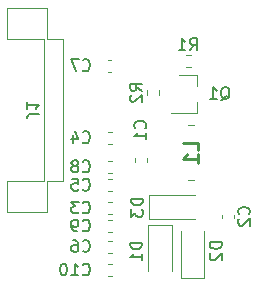
<source format=gbo>
%TF.GenerationSoftware,KiCad,Pcbnew,(5.1.8)-1*%
%TF.CreationDate,2021-05-19T16:55:57+03:00*%
%TF.ProjectId,eInk_DS18B20,65496e6b-5f44-4533-9138-4232302e6b69,rev?*%
%TF.SameCoordinates,Original*%
%TF.FileFunction,Legend,Bot*%
%TF.FilePolarity,Positive*%
%FSLAX46Y46*%
G04 Gerber Fmt 4.6, Leading zero omitted, Abs format (unit mm)*
G04 Created by KiCad (PCBNEW (5.1.8)-1) date 2021-05-19 16:55:57*
%MOMM*%
%LPD*%
G01*
G04 APERTURE LIST*
%ADD10C,0.120000*%
%ADD11C,0.100000*%
%ADD12C,0.150000*%
%ADD13C,0.254000*%
G04 APERTURE END LIST*
D10*
%TO.C,D1*%
X80788000Y-86726200D02*
X82788000Y-86726200D01*
X82788000Y-86726200D02*
X82788000Y-90626200D01*
X80788000Y-86726200D02*
X80788000Y-90626200D01*
%TO.C,D2*%
X85531200Y-91201800D02*
X85531200Y-87301800D01*
X83531200Y-91201800D02*
X83531200Y-87301800D01*
X85531200Y-91201800D02*
X83531200Y-91201800D01*
%TO.C,D3*%
X80809000Y-86242400D02*
X80809000Y-84242400D01*
X80809000Y-84242400D02*
X84709000Y-84242400D01*
X80809000Y-86242400D02*
X84709000Y-86242400D01*
%TO.C,Q1*%
X84859400Y-74086600D02*
X84859400Y-75016600D01*
X84859400Y-77246600D02*
X84859400Y-76316600D01*
X84859400Y-77246600D02*
X82699400Y-77246600D01*
X84859400Y-74086600D02*
X83399400Y-74086600D01*
%TO.C,J1*%
X73550600Y-83012600D02*
X73550600Y-71012600D01*
X71940600Y-83012600D02*
X71940600Y-71012600D01*
X71940600Y-83012600D02*
X68800600Y-83012600D01*
X71940600Y-71012600D02*
X68800600Y-71012600D01*
X68800600Y-83012600D02*
X68800600Y-85662600D01*
X68800600Y-71012600D02*
X68800600Y-68362600D01*
X68800600Y-85662600D02*
X72160600Y-85662600D01*
X68800600Y-68362600D02*
X72160600Y-68362600D01*
X72160600Y-85662600D02*
X72160600Y-83012600D01*
X72160600Y-68362600D02*
X72160600Y-71012600D01*
X72160600Y-83012600D02*
X73550600Y-83012600D01*
X72160600Y-71012600D02*
X73550600Y-71012600D01*
%TO.C,C1*%
X80647000Y-81101620D02*
X80647000Y-81382780D01*
X79627000Y-81101620D02*
X79627000Y-81382780D01*
%TO.C,C2*%
X88013000Y-86157980D02*
X88013000Y-85876820D01*
X86993000Y-86157980D02*
X86993000Y-85876820D01*
%TO.C,C3*%
X77393220Y-85828600D02*
X77674380Y-85828600D01*
X77393220Y-84808600D02*
X77674380Y-84808600D01*
%TO.C,C4*%
X77392620Y-79885000D02*
X77673780Y-79885000D01*
X77392620Y-78865000D02*
X77673780Y-78865000D01*
%TO.C,C5*%
X77393220Y-82878200D02*
X77674380Y-82878200D01*
X77393220Y-83898200D02*
X77674380Y-83898200D01*
%TO.C,C6*%
X77395420Y-89105200D02*
X77676580Y-89105200D01*
X77395420Y-88085200D02*
X77676580Y-88085200D01*
%TO.C,C7*%
X77380220Y-72769000D02*
X77661380Y-72769000D01*
X77380220Y-73789000D02*
X77661380Y-73789000D01*
%TO.C,C8*%
X77393220Y-81328800D02*
X77674380Y-81328800D01*
X77393220Y-82348800D02*
X77674380Y-82348800D01*
%TO.C,C9*%
X77395420Y-86358000D02*
X77676580Y-86358000D01*
X77395420Y-87378000D02*
X77676580Y-87378000D01*
%TO.C,C10*%
X77395420Y-90066400D02*
X77676580Y-90066400D01*
X77395420Y-91086400D02*
X77676580Y-91086400D01*
%TO.C,R1*%
X83950542Y-72375500D02*
X84425058Y-72375500D01*
X83950542Y-73420500D02*
X84425058Y-73420500D01*
%TO.C,R2*%
X80681300Y-75314542D02*
X80681300Y-75789058D01*
X81726300Y-75314542D02*
X81726300Y-75789058D01*
D11*
%TO.C,L1*%
X84128400Y-78269600D02*
X84628400Y-78269600D01*
X84128400Y-78269600D02*
X84128400Y-78269600D01*
X84628400Y-78269600D02*
X84128400Y-78269600D01*
X84628400Y-78269600D02*
X84628400Y-78269600D01*
X84128400Y-82969600D02*
X84628400Y-82969600D01*
X84128400Y-82969600D02*
X84128400Y-82969600D01*
X84628400Y-82969600D02*
X84128400Y-82969600D01*
X84628400Y-82969600D02*
X84628400Y-82969600D01*
%TO.C,D1*%
D12*
X80240380Y-88238104D02*
X79240380Y-88238104D01*
X79240380Y-88476200D01*
X79288000Y-88619057D01*
X79383238Y-88714295D01*
X79478476Y-88761914D01*
X79668952Y-88809533D01*
X79811809Y-88809533D01*
X80002285Y-88761914D01*
X80097523Y-88714295D01*
X80192761Y-88619057D01*
X80240380Y-88476200D01*
X80240380Y-88238104D01*
X80240380Y-89761914D02*
X80240380Y-89190485D01*
X80240380Y-89476200D02*
X79240380Y-89476200D01*
X79383238Y-89380961D01*
X79478476Y-89285723D01*
X79526095Y-89190485D01*
%TO.C,D2*%
X86983580Y-88213704D02*
X85983580Y-88213704D01*
X85983580Y-88451800D01*
X86031200Y-88594657D01*
X86126438Y-88689895D01*
X86221676Y-88737514D01*
X86412152Y-88785133D01*
X86555009Y-88785133D01*
X86745485Y-88737514D01*
X86840723Y-88689895D01*
X86935961Y-88594657D01*
X86983580Y-88451800D01*
X86983580Y-88213704D01*
X86078819Y-89166085D02*
X86031200Y-89213704D01*
X85983580Y-89308942D01*
X85983580Y-89547038D01*
X86031200Y-89642276D01*
X86078819Y-89689895D01*
X86174057Y-89737514D01*
X86269295Y-89737514D01*
X86412152Y-89689895D01*
X86983580Y-89118466D01*
X86983580Y-89737514D01*
%TO.C,D3*%
X80309980Y-84529704D02*
X79309980Y-84529704D01*
X79309980Y-84767800D01*
X79357600Y-84910657D01*
X79452838Y-85005895D01*
X79548076Y-85053514D01*
X79738552Y-85101133D01*
X79881409Y-85101133D01*
X80071885Y-85053514D01*
X80167123Y-85005895D01*
X80262361Y-84910657D01*
X80309980Y-84767800D01*
X80309980Y-84529704D01*
X79309980Y-85434466D02*
X79309980Y-86053514D01*
X79690933Y-85720180D01*
X79690933Y-85863038D01*
X79738552Y-85958276D01*
X79786171Y-86005895D01*
X79881409Y-86053514D01*
X80119504Y-86053514D01*
X80214742Y-86005895D01*
X80262361Y-85958276D01*
X80309980Y-85863038D01*
X80309980Y-85577323D01*
X80262361Y-85482085D01*
X80214742Y-85434466D01*
%TO.C,Q1*%
X86912438Y-76188819D02*
X87007676Y-76141200D01*
X87102914Y-76045961D01*
X87245771Y-75903104D01*
X87341009Y-75855485D01*
X87436247Y-75855485D01*
X87388628Y-76093580D02*
X87483866Y-76045961D01*
X87579104Y-75950723D01*
X87626723Y-75760247D01*
X87626723Y-75426914D01*
X87579104Y-75236438D01*
X87483866Y-75141200D01*
X87388628Y-75093580D01*
X87198152Y-75093580D01*
X87102914Y-75141200D01*
X87007676Y-75236438D01*
X86960057Y-75426914D01*
X86960057Y-75760247D01*
X87007676Y-75950723D01*
X87102914Y-76045961D01*
X87198152Y-76093580D01*
X87388628Y-76093580D01*
X86007676Y-76093580D02*
X86579104Y-76093580D01*
X86293390Y-76093580D02*
X86293390Y-75093580D01*
X86388628Y-75236438D01*
X86483866Y-75331676D01*
X86579104Y-75379295D01*
%TO.C,J1*%
X71518219Y-77345933D02*
X70803933Y-77345933D01*
X70661076Y-77393552D01*
X70565838Y-77488790D01*
X70518219Y-77631647D01*
X70518219Y-77726885D01*
X70518219Y-76345933D02*
X70518219Y-76917361D01*
X70518219Y-76631647D02*
X71518219Y-76631647D01*
X71375361Y-76726885D01*
X71280123Y-76822123D01*
X71232504Y-76917361D01*
%TO.C,C1*%
X80494142Y-78560933D02*
X80541761Y-78513314D01*
X80589380Y-78370457D01*
X80589380Y-78275219D01*
X80541761Y-78132361D01*
X80446523Y-78037123D01*
X80351285Y-77989504D01*
X80160809Y-77941885D01*
X80017952Y-77941885D01*
X79827476Y-77989504D01*
X79732238Y-78037123D01*
X79637000Y-78132361D01*
X79589380Y-78275219D01*
X79589380Y-78370457D01*
X79637000Y-78513314D01*
X79684619Y-78560933D01*
X80589380Y-79513314D02*
X80589380Y-78941885D01*
X80589380Y-79227600D02*
X79589380Y-79227600D01*
X79732238Y-79132361D01*
X79827476Y-79037123D01*
X79875095Y-78941885D01*
%TO.C,C2*%
X89290142Y-85850733D02*
X89337761Y-85803114D01*
X89385380Y-85660257D01*
X89385380Y-85565019D01*
X89337761Y-85422161D01*
X89242523Y-85326923D01*
X89147285Y-85279304D01*
X88956809Y-85231685D01*
X88813952Y-85231685D01*
X88623476Y-85279304D01*
X88528238Y-85326923D01*
X88433000Y-85422161D01*
X88385380Y-85565019D01*
X88385380Y-85660257D01*
X88433000Y-85803114D01*
X88480619Y-85850733D01*
X88480619Y-86231685D02*
X88433000Y-86279304D01*
X88385380Y-86374542D01*
X88385380Y-86612638D01*
X88433000Y-86707876D01*
X88480619Y-86755495D01*
X88575857Y-86803114D01*
X88671095Y-86803114D01*
X88813952Y-86755495D01*
X89385380Y-86184066D01*
X89385380Y-86803114D01*
%TO.C,C3*%
X75223666Y-85675742D02*
X75271285Y-85723361D01*
X75414142Y-85770980D01*
X75509380Y-85770980D01*
X75652238Y-85723361D01*
X75747476Y-85628123D01*
X75795095Y-85532885D01*
X75842714Y-85342409D01*
X75842714Y-85199552D01*
X75795095Y-85009076D01*
X75747476Y-84913838D01*
X75652238Y-84818600D01*
X75509380Y-84770980D01*
X75414142Y-84770980D01*
X75271285Y-84818600D01*
X75223666Y-84866219D01*
X74890333Y-84770980D02*
X74271285Y-84770980D01*
X74604619Y-85151933D01*
X74461761Y-85151933D01*
X74366523Y-85199552D01*
X74318904Y-85247171D01*
X74271285Y-85342409D01*
X74271285Y-85580504D01*
X74318904Y-85675742D01*
X74366523Y-85723361D01*
X74461761Y-85770980D01*
X74747476Y-85770980D01*
X74842714Y-85723361D01*
X74890333Y-85675742D01*
%TO.C,C4*%
X75223666Y-79732142D02*
X75271285Y-79779761D01*
X75414142Y-79827380D01*
X75509380Y-79827380D01*
X75652238Y-79779761D01*
X75747476Y-79684523D01*
X75795095Y-79589285D01*
X75842714Y-79398809D01*
X75842714Y-79255952D01*
X75795095Y-79065476D01*
X75747476Y-78970238D01*
X75652238Y-78875000D01*
X75509380Y-78827380D01*
X75414142Y-78827380D01*
X75271285Y-78875000D01*
X75223666Y-78922619D01*
X74366523Y-79160714D02*
X74366523Y-79827380D01*
X74604619Y-78779761D02*
X74842714Y-79494047D01*
X74223666Y-79494047D01*
%TO.C,C5*%
X75223666Y-83745342D02*
X75271285Y-83792961D01*
X75414142Y-83840580D01*
X75509380Y-83840580D01*
X75652238Y-83792961D01*
X75747476Y-83697723D01*
X75795095Y-83602485D01*
X75842714Y-83412009D01*
X75842714Y-83269152D01*
X75795095Y-83078676D01*
X75747476Y-82983438D01*
X75652238Y-82888200D01*
X75509380Y-82840580D01*
X75414142Y-82840580D01*
X75271285Y-82888200D01*
X75223666Y-82935819D01*
X74318904Y-82840580D02*
X74795095Y-82840580D01*
X74842714Y-83316771D01*
X74795095Y-83269152D01*
X74699857Y-83221533D01*
X74461761Y-83221533D01*
X74366523Y-83269152D01*
X74318904Y-83316771D01*
X74271285Y-83412009D01*
X74271285Y-83650104D01*
X74318904Y-83745342D01*
X74366523Y-83792961D01*
X74461761Y-83840580D01*
X74699857Y-83840580D01*
X74795095Y-83792961D01*
X74842714Y-83745342D01*
%TO.C,C6*%
X75223666Y-88952342D02*
X75271285Y-88999961D01*
X75414142Y-89047580D01*
X75509380Y-89047580D01*
X75652238Y-88999961D01*
X75747476Y-88904723D01*
X75795095Y-88809485D01*
X75842714Y-88619009D01*
X75842714Y-88476152D01*
X75795095Y-88285676D01*
X75747476Y-88190438D01*
X75652238Y-88095200D01*
X75509380Y-88047580D01*
X75414142Y-88047580D01*
X75271285Y-88095200D01*
X75223666Y-88142819D01*
X74366523Y-88047580D02*
X74557000Y-88047580D01*
X74652238Y-88095200D01*
X74699857Y-88142819D01*
X74795095Y-88285676D01*
X74842714Y-88476152D01*
X74842714Y-88857104D01*
X74795095Y-88952342D01*
X74747476Y-88999961D01*
X74652238Y-89047580D01*
X74461761Y-89047580D01*
X74366523Y-88999961D01*
X74318904Y-88952342D01*
X74271285Y-88857104D01*
X74271285Y-88619009D01*
X74318904Y-88523771D01*
X74366523Y-88476152D01*
X74461761Y-88428533D01*
X74652238Y-88428533D01*
X74747476Y-88476152D01*
X74795095Y-88523771D01*
X74842714Y-88619009D01*
%TO.C,C7*%
X75210666Y-73636142D02*
X75258285Y-73683761D01*
X75401142Y-73731380D01*
X75496380Y-73731380D01*
X75639238Y-73683761D01*
X75734476Y-73588523D01*
X75782095Y-73493285D01*
X75829714Y-73302809D01*
X75829714Y-73159952D01*
X75782095Y-72969476D01*
X75734476Y-72874238D01*
X75639238Y-72779000D01*
X75496380Y-72731380D01*
X75401142Y-72731380D01*
X75258285Y-72779000D01*
X75210666Y-72826619D01*
X74877333Y-72731380D02*
X74210666Y-72731380D01*
X74639238Y-73731380D01*
%TO.C,C8*%
X75223666Y-82195942D02*
X75271285Y-82243561D01*
X75414142Y-82291180D01*
X75509380Y-82291180D01*
X75652238Y-82243561D01*
X75747476Y-82148323D01*
X75795095Y-82053085D01*
X75842714Y-81862609D01*
X75842714Y-81719752D01*
X75795095Y-81529276D01*
X75747476Y-81434038D01*
X75652238Y-81338800D01*
X75509380Y-81291180D01*
X75414142Y-81291180D01*
X75271285Y-81338800D01*
X75223666Y-81386419D01*
X74652238Y-81719752D02*
X74747476Y-81672133D01*
X74795095Y-81624514D01*
X74842714Y-81529276D01*
X74842714Y-81481657D01*
X74795095Y-81386419D01*
X74747476Y-81338800D01*
X74652238Y-81291180D01*
X74461761Y-81291180D01*
X74366523Y-81338800D01*
X74318904Y-81386419D01*
X74271285Y-81481657D01*
X74271285Y-81529276D01*
X74318904Y-81624514D01*
X74366523Y-81672133D01*
X74461761Y-81719752D01*
X74652238Y-81719752D01*
X74747476Y-81767371D01*
X74795095Y-81814990D01*
X74842714Y-81910228D01*
X74842714Y-82100704D01*
X74795095Y-82195942D01*
X74747476Y-82243561D01*
X74652238Y-82291180D01*
X74461761Y-82291180D01*
X74366523Y-82243561D01*
X74318904Y-82195942D01*
X74271285Y-82100704D01*
X74271285Y-81910228D01*
X74318904Y-81814990D01*
X74366523Y-81767371D01*
X74461761Y-81719752D01*
%TO.C,C9*%
X75223666Y-87199742D02*
X75271285Y-87247361D01*
X75414142Y-87294980D01*
X75509380Y-87294980D01*
X75652238Y-87247361D01*
X75747476Y-87152123D01*
X75795095Y-87056885D01*
X75842714Y-86866409D01*
X75842714Y-86723552D01*
X75795095Y-86533076D01*
X75747476Y-86437838D01*
X75652238Y-86342600D01*
X75509380Y-86294980D01*
X75414142Y-86294980D01*
X75271285Y-86342600D01*
X75223666Y-86390219D01*
X74747476Y-87294980D02*
X74557000Y-87294980D01*
X74461761Y-87247361D01*
X74414142Y-87199742D01*
X74318904Y-87056885D01*
X74271285Y-86866409D01*
X74271285Y-86485457D01*
X74318904Y-86390219D01*
X74366523Y-86342600D01*
X74461761Y-86294980D01*
X74652238Y-86294980D01*
X74747476Y-86342600D01*
X74795095Y-86390219D01*
X74842714Y-86485457D01*
X74842714Y-86723552D01*
X74795095Y-86818790D01*
X74747476Y-86866409D01*
X74652238Y-86914028D01*
X74461761Y-86914028D01*
X74366523Y-86866409D01*
X74318904Y-86818790D01*
X74271285Y-86723552D01*
%TO.C,C10*%
X75217257Y-90933542D02*
X75264876Y-90981161D01*
X75407733Y-91028780D01*
X75502971Y-91028780D01*
X75645828Y-90981161D01*
X75741066Y-90885923D01*
X75788685Y-90790685D01*
X75836304Y-90600209D01*
X75836304Y-90457352D01*
X75788685Y-90266876D01*
X75741066Y-90171638D01*
X75645828Y-90076400D01*
X75502971Y-90028780D01*
X75407733Y-90028780D01*
X75264876Y-90076400D01*
X75217257Y-90124019D01*
X74264876Y-91028780D02*
X74836304Y-91028780D01*
X74550590Y-91028780D02*
X74550590Y-90028780D01*
X74645828Y-90171638D01*
X74741066Y-90266876D01*
X74836304Y-90314495D01*
X73645828Y-90028780D02*
X73550590Y-90028780D01*
X73455352Y-90076400D01*
X73407733Y-90124019D01*
X73360114Y-90219257D01*
X73312495Y-90409733D01*
X73312495Y-90647828D01*
X73360114Y-90838304D01*
X73407733Y-90933542D01*
X73455352Y-90981161D01*
X73550590Y-91028780D01*
X73645828Y-91028780D01*
X73741066Y-90981161D01*
X73788685Y-90933542D01*
X73836304Y-90838304D01*
X73883923Y-90647828D01*
X73883923Y-90409733D01*
X73836304Y-90219257D01*
X73788685Y-90124019D01*
X73741066Y-90076400D01*
X73645828Y-90028780D01*
%TO.C,R1*%
X84291466Y-71953380D02*
X84624800Y-71477190D01*
X84862895Y-71953380D02*
X84862895Y-70953380D01*
X84481942Y-70953380D01*
X84386704Y-71001000D01*
X84339085Y-71048619D01*
X84291466Y-71143857D01*
X84291466Y-71286714D01*
X84339085Y-71381952D01*
X84386704Y-71429571D01*
X84481942Y-71477190D01*
X84862895Y-71477190D01*
X83339085Y-71953380D02*
X83910514Y-71953380D01*
X83624800Y-71953380D02*
X83624800Y-70953380D01*
X83720038Y-71096238D01*
X83815276Y-71191476D01*
X83910514Y-71239095D01*
%TO.C,R2*%
X80226180Y-75385133D02*
X79749990Y-75051800D01*
X80226180Y-74813704D02*
X79226180Y-74813704D01*
X79226180Y-75194657D01*
X79273800Y-75289895D01*
X79321419Y-75337514D01*
X79416657Y-75385133D01*
X79559514Y-75385133D01*
X79654752Y-75337514D01*
X79702371Y-75289895D01*
X79749990Y-75194657D01*
X79749990Y-74813704D01*
X79321419Y-75766085D02*
X79273800Y-75813704D01*
X79226180Y-75908942D01*
X79226180Y-76147038D01*
X79273800Y-76242276D01*
X79321419Y-76289895D01*
X79416657Y-76337514D01*
X79511895Y-76337514D01*
X79654752Y-76289895D01*
X80226180Y-75718466D01*
X80226180Y-76337514D01*
%TO.C,L1*%
D13*
X84952923Y-80407933D02*
X84952923Y-79803171D01*
X83682923Y-79803171D01*
X84952923Y-81496504D02*
X84952923Y-80770790D01*
X84952923Y-81133647D02*
X83682923Y-81133647D01*
X83864352Y-81012695D01*
X83985304Y-80891742D01*
X84045780Y-80770790D01*
%TD*%
M02*

</source>
